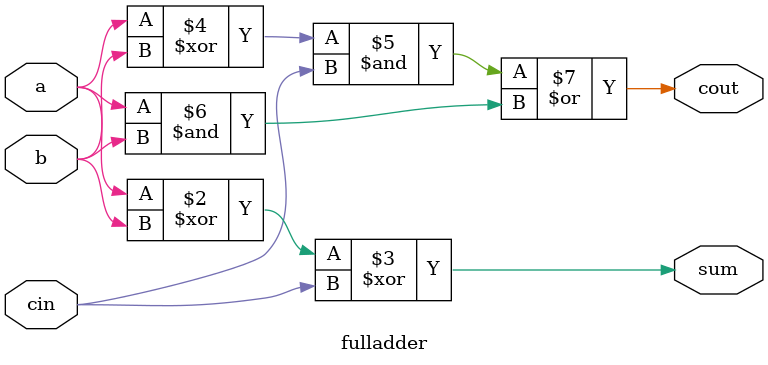
<source format=v>
module fulladder(a,b,cin,sum,cout);
input a,b,cin;
output sum,cout;
assign sum=(a^b)^cin;
assign cout=(a^b)&cin|(a&b);
endmodule

module tb;
reg a,b,cin;
wire sum,cout;
fulladder f1(.a(a),.b(b),.cin(cin),.sum(sum),.cout(cout));
initial begin
a=1;
b=1;
cin=0;
#100;
a=$random;
b=$random;
cin=$random;
#100;
a=$random;
b=$random;
cin=$random;
#100;
a=$random;
b=$random;
cin=$random;
#100;
#100;
a=$random;
b=$random;
cin=$random;
#100;
a=$random;
b=$random;
cin=$random;
#100;
a=$random;
b=$random;
cin=$random;
#100;
a=$random;
b=$random;
cin=$random;
#100;
a=$random;
b=$random;
cin=$random;
#100;
a=$random;
b=$random;
cin=$random;
#100;
a=$random;
b=$random;
cin=$random;
#100;
a=$random;
b=$random;
cin=$random;
#100;
a=$random;
b=$random;
cin=$random;
#100;
a=$random;
b=$random;
cin=$random;
#100;
a=$random;
b=$random;
cin=$random;
#100;
a=$random;
b=$random;
cin=$random;
#100;
a=$random;
b=$random;
cin=$random;

end
endmodule


</source>
